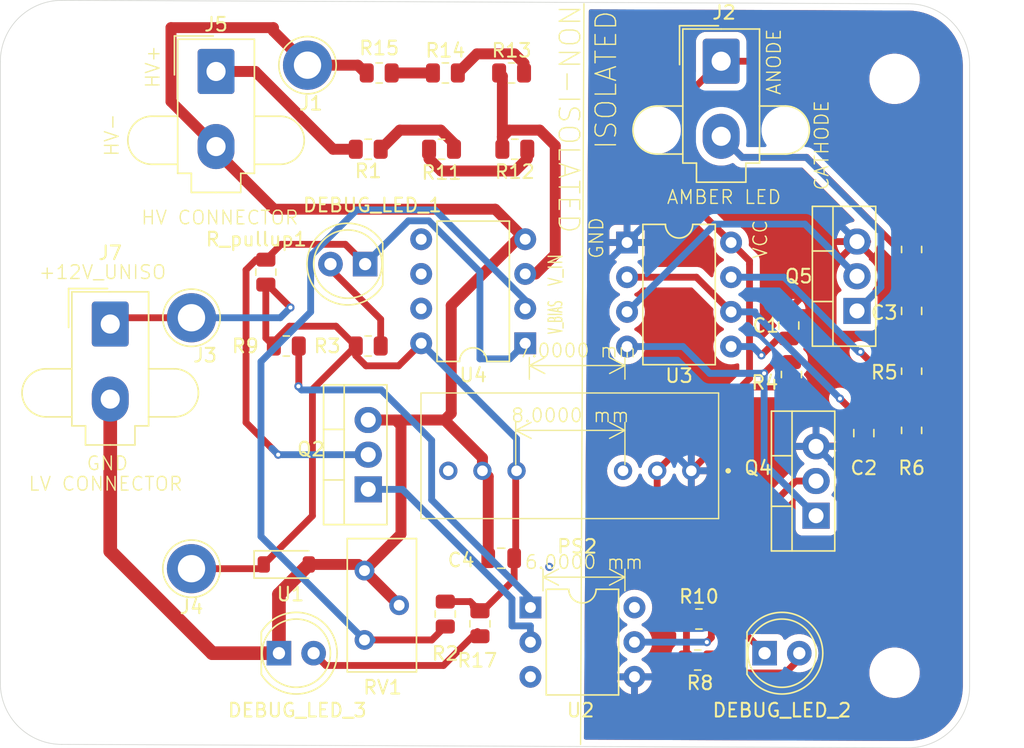
<source format=kicad_pcb>
(kicad_pcb (version 20241229) (generator "pcbnew") (generator_version "9.0")
  (layers (0 "F.Cu" signal) (2 "B.Cu" signal) (13 "F.Paste" user) (15 "B.Paste" user) (5 "F.SilkS" user "F.Silkscreen") (7 "B.SilkS" user "B.Silkscreen") (1 "F.Mask" user) (3 "B.Mask" user) (25 "Edge.Cuts" user))
  (net 0 "")
  (net 1 "12V_UNISO")
  (net 2 "HighVoltage-")
  (net 3 "Net-(DEBUG_1-K)")
  (net 4 "Net-(DEBUG_1-A)")
  (net 5 "Net-(DEBUG_2-K)")
  (net 6 "Net-(DEBUG_2-A)")
  (net 7 "Net-(DEBUG_3-A)")
  (net 8 "GND_ISO")
  (net 9 "12V_ISO")
  (net 12 "Net-(Q2-D)")
  (net 13 "V_BIAS")
  (net 14 "Net-(U3-THR)")
  (net 15 "Net-(U3-DIS)")
  (net 16 "Net-(Q5-G)")
  (net 17 "Net-(Q4-D)")
  (net 18 "Net-(U3-CV)")
  (net 19 "V_IN")
  (net 20 "Net-(J2-Pin_2)")
  (net 21 "Net-(R1-Pad2)")
  (net 22 "HighVoltage+")
  (net 23 "Net-(R9-Pad2)")
  (net 24 "Net-(R11-Pad1)")
  (net 25 "Net-(R13-Pad2)")
  (net 26 "Net-(R14-Pad1)")
  (footprint "TestPoint:TestPoint_Loop_D3.80mm_Drill2.0mm" (layer "F.Cu") (at 34.75 45.25)
    (property "Reference" "J3" (at 1 2.75 0) (layer "F.SilkS"))
    (property "Value" "12V TEST")
    (pad "1" thru_hole circle (at 0 0) (size 3.6 3.6) (drill 2) (layers "*.Cu" "*.Mask") (net 1 "12V_UNISO"))
  )
  (footprint "Resistor_SMD:R_0805_2012Metric" (layer "F.Cu") (at 87.5 40.25 -90)
    (property "Reference" "R7" (hide yes))
    (property "Value" "10k")
    (pad "1" smd roundrect (at -0.9125 0 270) (size 1.025 1.4) (layers "F.Cu" "F.Mask" "F.Paste") (roundrect_rratio 0.243902) (net 9 "12V_ISO"))
    (pad "2" smd roundrect (at 0.9125 0 270) (size 1.025 1.4) (layers "F.Cu" "F.Mask" "F.Paste") (roundrect_rratio 0.243902) (net 20 "Net-(J2-Pin_2)"))
  )
  (footprint "LED_THT:LED_D5.0mm" (layer "F.Cu") (at 47.471847 41.32 180)
    (property "Reference" "DEBUG_LED_1" (at -0.528153 4.32 180) (layer "F.SilkS"))
    (property "Value" "LED")
    (pad "1" thru_hole rect (at 0 0 180) (size 1.8 1.8) (drill 0.9) (layers "*.Cu" "*.Mask") (net 3 "Net-(DEBUG_1-K)"))
    (pad "2" thru_hole circle (at 2.54 0 180) (size 1.8 1.8) (drill 0.9) (layers "*.Cu" "*.Mask") (net 4 "Net-(DEBUG_1-A)"))
  )
  (footprint "Package_TO_SOT_THT:TO-220-3_Vertical" (layer "F.Cu") (at 47.696847 57.82 90)
    (property "Reference" "Q2" (at 2.939152 -4.196847 180) (layer "F.SilkS"))
    (property "Value" "NMOS")
    (pad "1" thru_hole rect (at 0 0 90) (size 1.905 2) (drill 1.1) (layers "*.Cu" "*.Mask") (net 12 "Net-(Q2-D)"))
    (pad "2" thru_hole oval (at 2.54 0 90) (size 1.905 2) (drill 1.1) (layers "*.Cu" "*.Mask") (net 3 "Net-(DEBUG_1-K)"))
    (pad "3" thru_hole oval (at 5.08 0 90) (size 1.905 2) (drill 1.1) (layers "*.Cu" "*.Mask") (net 2 "HighVoltage-"))
  )
  (footprint "MountingHole:MountingHole_3.2mm_M3" (layer "F.Cu") (at 86.25 27.75)
    (property "Reference" "H2" (hide yes))
    (property "Value" "MountingHole" (hide yes))
    (pad "" np_thru_hole circle (at 0 0) (size 3.2 3.2) (drill 3.2) (layers "*.Cu" "*.Mask"))
  )
  (footprint "Resistor_SMD:R_0805_2012Metric" (layer "F.Cu") (at 53.34 66.9525 -90)
    (property "Reference" "R2" (at 2.8975 0 180) (layer "F.SilkS"))
    (property "Value" "11k")
    (pad "1" smd roundrect (at -0.9125 0 270) (size 1.025 1.4) (layers "F.Cu" "F.Mask" "F.Paste") (roundrect_rratio 0.243902) (net 1 "12V_UNISO"))
    (pad "2" smd roundrect (at 0.9125 0 270) (size 1.025 1.4) (layers "F.Cu" "F.Mask" "F.Paste") (roundrect_rratio 0.243902) (net 13 "V_BIAS"))
  )
  (footprint "Resistor_SMD:R_0805_2012Metric" (layer "F.Cu") (at 58.434347 32.9075 180)
    (property "Reference" "R12" (at 0 -1.65 0) (layer "F.SilkS"))
    (property "Value" "540k")
    (pad "1" smd roundrect (at -0.9125 0 180) (size 1.025 1.4) (layers "F.Cu" "F.Mask" "F.Paste") (roundrect_rratio 0.243902) (net 24 "Net-(R11-Pad1)"))
    (pad "2" smd roundrect (at 0.9125 0 180) (size 1.025 1.4) (layers "F.Cu" "F.Mask" "F.Paste") (roundrect_rratio 0.243902) (net 19 "V_IN"))
  )
  (footprint "Resistor_SMD:R_0805_2012Metric" (layer "F.Cu") (at 71.831847 70.32)
    (property "Reference" "R8" (at 0.168153 1.68 0) (layer "F.SilkS"))
    (property "Value" "20k")
    (pad "1" smd roundrect (at -0.9125 0) (size 1.025 1.4) (layers "F.Cu" "F.Mask" "F.Paste") (roundrect_rratio 0.243902) (net 9 "12V_ISO"))
    (pad "2" smd roundrect (at 0.9125 0) (size 1.025 1.4) (layers "F.Cu" "F.Mask" "F.Paste") (roundrect_rratio 0.243902) (net 6 "Net-(DEBUG_2-A)"))
  )
  (footprint "Resistor_SMD:R_0805_2012Metric" (layer "F.Cu") (at 58.196847 27.32)
    (property "Reference" "R13" (at 0 -1.65 0) (layer "F.SilkS"))
    (property "Value" "20k")
    (pad "1" smd roundrect (at -0.9125 0) (size 1.025 1.4) (layers "F.Cu" "F.Mask" "F.Paste") (roundrect_rratio 0.243902) (net 19 "V_IN"))
    (pad "2" smd roundrect (at 0.9125 0) (size 1.025 1.4) (layers "F.Cu" "F.Mask" "F.Paste") (roundrect_rratio 0.243902) (net 25 "Net-(R13-Pad2)"))
  )
  (footprint "Package_DIP:DIP-8_W7.62mm" (layer "F.Cu") (at 59.196847 47.12 180)
    (property "Reference" "U4" (at 3.81 -2.33 180) (layer "F.SilkS"))
    (property "Value" "LM393N/NOPB")
    (pad "1" thru_hole rect (at 0 0 180) (size 1.6 1.6) (drill 0.8) (layers "*.Cu" "*.Mask") (net 3 "Net-(DEBUG_1-K)"))
    (pad "2" thru_hole oval (at 0 2.54 180) (size 1.6 1.6) (drill 0.8) (layers "*.Cu" "*.Mask") (net 13 "V_BIAS"))
    (pad "3" thru_hole oval (at 0 5.08 180) (size 1.6 1.6) (drill 0.8) (layers "*.Cu" "*.Mask") (net 19 "V_IN"))
    (pad "4" thru_hole oval (at 0 7.62 180) (size 1.6 1.6) (drill 0.8) (layers "*.Cu" "*.Mask") (net 2 "HighVoltage-"))
    (pad "5" thru_hole oval (at 7.62 7.62 180) (size 1.6 1.6) (drill 0.8) (layers "*.Cu" "*.Mask"))
    (pad "6" thru_hole oval (at 7.62 5.08 180) (size 1.6 1.6) (drill 0.8) (layers "*.Cu" "*.Mask"))
    (pad "7" thru_hole oval (at 7.62 2.54 180) (size 1.6 1.6) (drill 0.8) (layers "*.Cu" "*.Mask"))
    (pad "8" thru_hole oval (at 7.62 0 180) (size 1.6 1.6) (drill 0.8) (layers "*.Cu" "*.Mask") (net 1 "12V_UNISO"))
  )
  (footprint "LED_THT:LED_D5.0mm" (layer "F.Cu") (at 41.156847 69.82)
    (property "Reference" "DEBUG_LED_3" (at 1.343153 4.18 0) (layer "F.SilkS"))
    (property "Value" "LED")
    (pad "1" thru_hole rect (at 0 0) (size 1.8 1.8) (drill 0.9) (layers "*.Cu" "*.Mask") (net 2 "HighVoltage-"))
    (pad "2" thru_hole circle (at 2.54 0) (size 1.8 1.8) (drill 0.9) (layers "*.Cu" "*.Mask") (net 7 "Net-(DEBUG_3-A)"))
  )
  (footprint "Resistor_SMD:R_0805_2012Metric" (layer "F.Cu") (at 47.696847 32.9075)
    (property "Reference" "R1" (at 0 1.5925 0) (layer "F.SilkS"))
    (property "Value" "540k")
    (pad "1" smd roundrect (at -0.9125 0) (size 1.025 1.4) (layers "F.Cu" "F.Mask" "F.Paste") (roundrect_rratio 0.243902) (net 22 "HighVoltage+"))
    (pad "2" smd roundrect (at 0.9125 0) (size 1.025 1.4) (layers "F.Cu" "F.Mask" "F.Paste") (roundrect_rratio 0.243902) (net 21 "Net-(R1-Pad2)"))
  )
  (footprint "Package_DIP:DIP-6_W7.62mm" (layer "F.Cu") (at 59.576847 66.47)
    (property "Reference" "U2" (at 3.673153 7.53 0) (layer "F.SilkS"))
    (property "Value" "4N35" (hide yes))
    (pad "1" thru_hole rect (at 0 0) (size 1.6 1.6) (drill 0.8) (layers "*.Cu" "*.Mask") (net 23 "Net-(R9-Pad2)"))
    (pad "2" thru_hole oval (at 0 2.54) (size 1.6 1.6) (drill 0.8) (layers "*.Cu" "*.Mask") (net 12 "Net-(Q2-D)"))
    (pad "3" thru_hole oval (at 0 5.08) (size 1.6 1.6) (drill 0.8) (layers "*.Cu" "*.Mask"))
    (pad "4" thru_hole oval (at 7.62 5.08) (size 1.6 1.6) (drill 0.8) (layers "*.Cu" "*.Mask") (net 8 "GND_ISO"))
    (pad "5" thru_hole oval (at 7.62 2.54) (size 1.6 1.6) (drill 0.8) (layers "*.Cu" "*.Mask") (net 5 "Net-(DEBUG_2-K)"))
    (pad "6" thru_hole oval (at 7.62 0) (size 1.6 1.6) (drill 0.8) (layers "*.Cu" "*.Mask"))
  )
  (footprint "LED_THT:LED_D5.0mm" (layer "F.Cu") (at 76.731847 69.82)
    (property "Reference" "DEBUG_LED_2" (at 1.268153 4.18 0) (layer "F.SilkS"))
    (property "Value" "LED")
    (pad "1" thru_hole rect (at 0 0) (size 1.8 1.8) (drill 0.9) (layers "*.Cu" "*.Mask") (net 5 "Net-(DEBUG_2-K)"))
    (pad "2" thru_hole circle (at 2.54 0) (size 1.8 1.8) (drill 0.9) (layers "*.Cu" "*.Mask") (net 6 "Net-(DEBUG_2-A)"))
  )
  (footprint "Capacitor_SMD:C_0805_2012Metric" (layer "F.Cu") (at 84 53.7 -90)
    (property "Reference" "C2" (at 2.55 0 180) (layer "F.SilkS"))
    (property "Value" "1uF")
    (pad "1" smd roundrect (at -0.95 0 270) (size 1 1.45) (layers "F.Cu" "F.Mask" "F.Paste") (net 14 "Net-(U3-THR)"))
    (pad "2" smd roundrect (at 0.95 0 270) (size 1 1.45) (layers "F.Cu" "F.Mask" "F.Paste") (net 8 "GND_ISO"))
  )
  (footprint "Resistor_SMD:R_0805_2012Metric" (layer "F.Cu") (at 87.5 49.1625 -90)
    (property "Reference" "R5" (at 0.0875 2 0) (layer "F.SilkS"))
    (property "Value" "22k")
    (pad "1" smd roundrect (at -0.9125 0 270) (size 1.025 1.4) (layers "F.Cu" "F.Mask" "F.Paste") (roundrect_rratio 0.243902) (net 9 "12V_ISO"))
    (pad "2" smd roundrect (at 0.9125 0 270) (size 1.025 1.4) (layers "F.Cu" "F.Mask" "F.Paste") (roundrect_rratio 0.243902) (net 15 "Net-(U3-DIS)"))
  )
  (footprint "TestPoint:TestPoint_Loop_D3.80mm_Drill2.0mm" (layer "F.Cu") (at 43.25 26.75)
    (property "Reference" "J1" (at 0.25 2.8 0) (layer "F.SilkS"))
    (property "Value" "V_BIAS TEST")
    (pad "1" thru_hole circle (at 0 0) (size 3.6 3.6) (drill 2) (layers "*.Cu" "*.Mask") (net 2 "HighVoltage-"))
  )
  (footprint "MountingHole:MountingHole_3.2mm_M3" (layer "F.Cu") (at 26.25 71)
    (property "Reference" "H4" (hide yes))
    (property "Value" "MountingHole" (hide yes))
    (pad "" np_thru_hole circle (at 0 0) (size 3.2 3.2) (drill 3.2) (layers "*.Cu" "*.Mask"))
  )
  (footprint "Connector_Molex:Molex_Mini-Fit_Jr_5566-02A2_2x01_P4.20mm_Vertical" (layer "F.Cu") (at 28.8 45.71)
    (property "Reference" "J7" (at 0 -5.21 0) (layer "F.SilkS"))
    (property "Value" "Conn_01x02")
    (pad "" np_thru_hole circle (at -4.7 5.04) (size 3 3) (drill 3) (layers "*.Cu" "*.Mask"))
    (pad "" np_thru_hole circle (at 4.7 5.04) (size 3 3) (drill 3) (layers "*.Cu" "*.Mask"))
    (pad "1" thru_hole roundrect (at 0 0) (size 2.7 3.3) (drill 1.4) (layers "*.Cu" "*.Mask") (roundrect_rratio 0.092593) (net 1 "12V_UNISO"))
    (pad "2" thru_hole oval (at 0 5.5) (size 2.7 3.3) (drill 1.4) (layers "*.Cu" "*.Mask") (net 2 "HighVoltage-"))
  )
  (footprint "MountingHole:MountingHole_3.2mm_M3" (layer "F.Cu") (at 26.25 27.5)
    (property "Reference" "H1" (hide yes))
    (property "Value" "MountingHole" (hide yes))
    (pad "" np_thru_hole circle (at 0 0) (size 3.2 3.2) (drill 3.2) (layers "*.Cu" "*.Mask"))
  )
  (footprint "Resistor_SMD:R_0805_2012Metric" (layer "F.Cu") (at 78.696847 49.4075 90)
    (property "Reference" "R4" (at -0.5925 -1.946847 180) (layer "F.SilkS"))
    (property "Value" "22k")
    (pad "1" smd roundrect (at -0.9125 0 90) (size 1.025 1.4) (layers "F.Cu" "F.Mask" "F.Paste") (roundrect_rratio 0.243902) (net 9 "12V_ISO"))
    (pad "2" smd roundrect (at 0.9125 0 90) (size 1.025 1.4) (layers "F.Cu" "F.Mask" "F.Paste") (roundrect_rratio 0.243902) (net 17 "Net-(Q4-D)"))
  )
  (footprint "Resistor_SMD:R_0805_2012Metric" (layer "F.Cu") (at 48.5 27.32 180)
    (property "Reference" "R15" (at 0 1.82 0) (layer "F.SilkS"))
    (property "Value" "20k")
    (pad "1" smd roundrect (at -0.9125 0 180) (size 1.025 1.4) (layers "F.Cu" "F.Mask" "F.Paste") (roundrect_rratio 0.243902) (net 26 "Net-(R14-Pad1)"))
    (pad "2" smd roundrect (at 0.9125 0 180) (size 1.025 1.4) (layers "F.Cu" "F.Mask" "F.Paste") (roundrect_rratio 0.243902) (net 2 "HighVoltage-"))
  )
  (footprint "Capacitor_SMD:C_0805_2012Metric" (layer "F.Cu") (at 78.5 45.82 90)
    (property "Reference" "C1" (at 0 -1.68 180) (layer "F.SilkS"))
    (property "Value" "100nF" (hide yes))
    (pad "1" smd roundrect (at -0.95 0 90) (size 1 1.45) (layers "F.Cu" "F.Mask" "F.Paste") (net 18 "Net-(U3-CV)"))
    (pad "2" smd roundrect (at 0.95 0 90) (size 1 1.45) (layers "F.Cu" "F.Mask" "F.Paste") (net 8 "GND_ISO"))
  )
  (footprint "Resistor_SMD:R_0805_2012Metric" (layer "F.Cu") (at 40.196847 41.9075 90)
    (property "Reference" "R_pullup1" (at 2.4075 -0.696847 180) (layer "F.SilkS"))
    (property "Value" "15k")
    (pad "1" smd roundrect (at -0.9125 0 90) (size 1.025 1.4) (layers "F.Cu" "F.Mask" "F.Paste") (roundrect_rratio 0.243902) (net 1 "12V_UNISO"))
    (pad "2" smd roundrect (at 0.9125 0 90) (size 1.025 1.4) (layers "F.Cu" "F.Mask" "F.Paste") (roundrect_rratio 0.243902) (net 3 "Net-(DEBUG_1-K)"))
  )
  (footprint "Potentiometer_THT:Potentiometer_Bourns_3296Y_Vertical" (layer "F.Cu") (at 47.421847 63.77 90)
    (property "Reference" "RV1" (at -8.55 1.328153 180) (layer "F.SilkS"))
    (property "Value" "1k default (1-5k)")
    (pad "1" thru_hole circle (at 0 0 90) (size 1.44 1.44) (drill 0.8) (layers "*.Cu" "*.Mask") (net 2 "HighVoltage-"))
    (pad "2" thru_hole circle (at -2.54 2.54 90) (size 1.44 1.44) (drill 0.8) (layers "*.Cu" "*.Mask") (net 2 "HighVoltage-"))
    (pad "3" thru_hole circle (at -5.08 0 90) (size 1.44 1.44) (drill 0.8) (layers "*.Cu" "*.Mask") (net 13 "V_BIAS"))
  )
  (footprint "Capacitor_SMD:C_0805_2012Metric" (layer "F.Cu") (at 57.436847 62.86)
    (property "Reference" "C4" (at -2.936847 0.14 0) (layer "F.SilkS"))
    (property "Value" "100nF")
    (pad "1" smd roundrect (at -0.95 0) (size 1 1.45) (layers "F.Cu" "F.Mask" "F.Paste") (net 2 "HighVoltage-"))
    (pad "2" smd roundrect (at 0.95 0) (size 1 1.45) (layers "F.Cu" "F.Mask" "F.Paste") (net 1 "12V_UNISO"))
  )
  (footprint "Resistor_SMD:R_0805_2012Metric" (layer "F.Cu") (at 87.5 53.5 90)
    (property "Reference" "R6" (at -2.75 0 180) (layer "F.SilkS"))
    (property "Value" "220k")
    (pad "1" smd roundrect (at -0.9125 0 90) (size 1.025 1.4) (layers "F.Cu" "F.Mask" "F.Paste") (roundrect_rratio 0.243902) (net 15 "Net-(U3-DIS)"))
    (pad "2" smd roundrect (at 0.9125 0 90) (size 1.025 1.4) (layers "F.Cu" "F.Mask" "F.Paste") (roundrect_rratio 0.243902) (net 14 "Net-(U3-THR)"))
  )
  (footprint "Resistor_SMD:R_0805_2012Metric" (layer "F.Cu") (at 53.065597 32.9075)
    (property "Reference" "R11" (at 0 1.7125 0) (layer "F.SilkS"))
    (property "Value" "540k")
    (pad "1" smd roundrect (at -0.9125 0) (size 1.025 1.4) (layers "F.Cu" "F.Mask" "F.Paste") (roundrect_rratio 0.243902) (net 24 "Net-(R11-Pad1)"))
    (pad "2" smd roundrect (at 0.9125 0) (size 1.025 1.4) (layers "F.Cu" "F.Mask" "F.Paste") (roundrect_rratio 0.243902) (net 21 "Net-(R1-Pad2)"))
  )
  (footprint "Connector_Molex:Molex_Mini-Fit_Jr_5566-02A2_2x01_P4.20mm_Vertical" (layer "F.Cu") (at 73.55 26.46)
    (property "Reference" "J2" (at 0.213153 -3.57 0) (layer "F.SilkS"))
    (property "Value" "Conn_01x02")
    (pad "" np_thru_hole circle (at -4.7 5.04) (size 3 3) (drill 3) (layers "*.Cu" "*.Mask"))
    (pad "" np_thru_hole circle (at 4.7 5.04) (size 3 3) (drill 3) (layers "*.Cu" "*.Mask"))
    (pad "1" thru_hole roundrect (at 0 0) (size 2.7 3.3) (drill 1.4) (layers "*.Cu" "*.Mask") (roundrect_rratio 0.092593) (net 9 "12V_ISO"))
    (pad "2" thru_hole oval (at 0 5.5) (size 2.7 3.3) (drill 1.4) (layers "*.Cu" "*.Mask") (net 20 "Net-(J2-Pin_2)"))
  )
  (footprint "Package_TO_SOT_THT:TO-220-3_Vertical" (layer "F.Cu") (at 80.5 59.75 90)
    (property "Reference" "Q4" (at 3.5 -4.25 180) (layer "F.SilkS"))
    (property "Value" "NMOS")
    (pad "1" thru_hole rect (at 0 0 90) (size 1.905 2) (drill 1.1) (layers "*.Cu" "*.Mask") (net 17 "Net-(Q4-D)"))
    (pad "2" thru_hole oval (at 2.54 0 90) (size 1.905 2) (drill 1.1) (layers "*.Cu" "*.Mask") (net 5 "Net-(DEBUG_2-K)"))
    (pad "3" thru_hole oval (at 5.08 0 90) (size 1.905 2) (drill 1.1) (layers "*.Cu" "*.Mask") (net 8 "GND_ISO"))
  )
  (footprint "Diode_SMD:D_SOD-123" (layer "F.Cu") (at 41.696847 63.32)
    (property "Reference" "U1" (at 0.303153 2.18 0) (layer "F.SilkS"))
    (property "Value" "MMSZ5245BT1G" (hide yes))
    (pad "1" smd roundrect (at -1.65 0) (size 0.9 1.2) (layers "F.Cu" "F.Mask" "F.Paste") (net 1 "12V_UNISO"))
    (pad "2" smd roundrect (at 1.65 0) (size 0.9 1.2) (layers "F.Cu" "F.Mask" "F.Paste") (net 2 "HighVoltage-"))
  )
  (footprint "Package_DIP:DIP-8_W7.62mm" (layer "F.Cu") (at 66.656847 39.74)
    (property "Reference" "U3" (at 3.81 9.76 0) (layer "F.SilkS"))
    (property "Value" "LM555xN")
    (pad "1" thru_hole rect (at 0 0) (size 1.6 1.6) (drill 0.8) (layers "*.Cu" "*.Mask") (net 8 "GND_ISO"))
    (pad "2" thru_hole oval (at 0 2.54) (size 1.6 1.6) (drill 0.8) (layers "*.Cu" "*.Mask") (net 14 "Net-(U3-THR)"))
    (pad "3" thru_hole oval (at 0 5.08) (size 1.6 1.6) (drill 0.8) (layers "*.Cu" "*.Mask") (net 16 "Net-(Q5-G)"))
    (pad "4" thru_hole oval (at 0 7.62) (size 1.6 1.6) (drill 0.8) (layers "*.Cu" "*.Mask") (net 17 "Net-(Q4-D)"))
    (pad "5" thru_hole oval (at 7.62 7.62) (size 1.6 1.6) (drill 0.8) (layers "*.Cu" "*.Mask") (net 18 "Net-(U3-CV)"))
    (pad "6" thru_hole oval (at 7.62 5.08) (size 1.6 1.6) (drill 0.8) (layers "*.Cu" "*.Mask") (net 14 "Net-(U3-THR)"))
    (pad "7" thru_hole oval (at 7.62 2.54) (size 1.6 1.6) (drill 0.8) (layers "*.Cu" "*.Mask") (net 15 "Net-(U3-DIS)"))
    (pad "8" thru_hole oval (at 7.62 0) (size 1.6 1.6) (drill 0.8) (layers "*.Cu" "*.Mask") (net 9 "12V_ISO"))
  )
  (footprint "TestPoint:TestPoint_Loop_D3.80mm_Drill2.0mm" (layer "F.Cu") (at 34.75 63.63)
    (property "Reference" "J4" (at 0 2.8 0) (layer "F.SilkS"))
    (property "Value" "V_IN TEST")
    (pad "1" thru_hole circle (at 0 0) (size 3.6 3.6) (drill 2) (layers "*.Cu" "*.Mask"))
  )
  (footprint "Resistor_SMD:R_0805_2012Metric" (layer "F.Cu") (at 53.348423 27.32)
    (property "Reference" "R14" (at 0 -1.65 0) (layer "F.SilkS"))
    (property "Value" "20k")
    (pad "1" smd roundrect (at -0.9125 0) (size 1.025 1.4) (layers "F.Cu" "F.Mask" "F.Paste") (roundrect_rratio 0.243902) (net 26 "Net-(R14-Pad1)"))
    (pad "2" smd roundrect (at 0.9125 0) (size 1.025 1.4) (layers "F.Cu" "F.Mask" "F.Paste") (roundrect_rratio 0.243902) (net 25 "Net-(R13-Pad2)"))
  )
  (footprint "Resistor_SMD:R_0805_2012Metric" (layer "F.Cu") (at 71.919347 67.32)
    (property "Reference" "R10" (at 0 -1.65 0) (layer "F.SilkS"))
    (property "Value" "20k" (hide yes))
    (pad "1" smd roundrect (at -0.9125 0) (size 1.025 1.4) (layers "F.Cu" "F.Mask" "F.Paste") (roundrect_rratio 0.243902) (net 9 "12V_ISO"))
    (pad "2" smd roundrect (at 0.9125 0) (size 1.025 1.4) (layers "F.Cu" "F.Mask" "F.Paste") (roundrect_rratio 0.243902) (net 5 "Net-(DEBUG_2-K)"))
  )
  (footprint "MountingHole:MountingHole_3.2mm_M3" (layer "F.Cu") (at 86.25 71.25)
    (property "Reference" "H3" (hide yes))
    (property "Value" "MountingHole" (hide yes))
    (pad "" np_thru_hole circle (at 0 0) (size 3.2 3.2) (drill 3.2) (layers "*.Cu" "*.Mask"))
  )
  (footprint "Package_TO_SOT_THT:TO-220-3_Vertical" (layer "F.Cu") (at 83.5 44.75 90)
    (property "Reference" "Q5" (at 2.54 -4.27 180) (layer "F.SilkS"))
    (property "Value" "NMOS")
    (pad "1" thru_hole rect (at 0 0 90) (size 1.905 2) (drill 1.1) (layers "*.Cu" "*.Mask") (net 20 "Net-(J2-Pin_2)"))
    (pad "2" thru_hole oval (at 2.54 0 90) (size 1.905 2) (drill 1.1) (layers "*.Cu" "*.Mask") (net 16 "Net-(Q5-G)"))
    (pad "3" thru_hole oval (at 5.08 0 90) (size 1.905 2) (drill 1.1) (layers "*.Cu" "*.Mask") (net 8 "GND_ISO"))
  )
  (footprint "Resistor_SMD:R_0805_2012Metric" (layer "F.Cu") (at 47.696847 47.32)
    (property "Reference" "R3" (at -3 0 0) (layer "F.SilkS"))
    (property "Value" "20k")
    (pad "1" smd roundrect (at -0.9125 0) (size 1.025 1.4) (layers "F.Cu" "F.Mask" "F.Paste") (roundrect_rratio 0.243902) (net 1 "12V_UNISO"))
    (pad "2" smd roundrect (at 0.9125 0) (size 1.025 1.4) (layers "F.Cu" "F.Mask" "F.Paste") (roundrect_rratio 0.243902) (net 4 "Net-(DEBUG_1-A)"))
  )
  (footprint "Resistor_SMD:R_0805_2012Metric" (layer "F.Cu") (at 41.696847 47.32)
    (property "Reference" "R9" (at -3 0 0) (layer "F.SilkS"))
    (property "Value" "10k")
    (pad "1" smd roundrect (at -0.9125 0) (size 1.025 1.4) (layers "F.Cu" "F.Mask" "F.Paste") (roundrect_rratio 0.243902) (net 1 "12V_UNISO"))
    (pad "2" smd roundrect (at 0.9125 0) (size 1.025 1.4) (layers "F.Cu" "F.Mask" "F.Paste") (roundrect_rratio 0.243902))
  )
  (footprint "SPAN02A12:SPAN02A12" (layer "F.Cu") (at 71.361847 56.46 180)
    (property "Reference" "PS2" (at 8.361847 -5.54 0) (layer "F.SilkS"))
    (property "Value" "SPAN02A-12")
    (pad "1" thru_hole circle (at 0 0 180) (size 1.337 1.337) (drill 0.78) (layers "*.Cu" "*.Mask") (net 8 "GND_ISO"))
    (pad "2" thru_hole circle (at 2.5 0 180) (size 1.337 1.337) (drill 0.78) (layers "*.Cu" "*.Mask") (net 9 "12V_ISO"))
    (pad "3" thru_hole circle (at 5 0 180) (size 1.337 1.337) (drill 0.78) (layers "*.Cu" "*.Mask"))
    (pad "6" thru_hole circle (at 12.8 0 180) (size 1.337 1.337) (drill 0.78) (layers "*.Cu" "*.Mask") (net 1 "12V_UNISO"))
    (pad "7" thru_hole circle (at 15.3 0 180) (size 1.337 1.337) (drill 0.78) (layers "*.Cu" "*.Mask") (net 2 "HighVoltage-"))
    (pad "8" thru_hole circle (at 17.8 0 180) (size 1.337 1.337) (drill 0.78) (layers "*.Cu" "*.Mask"))
  )
  (footprint "Connector_Molex:Molex_Mini-Fit_Jr_5566-02A2_2x01_P4.20mm_Vertical" (layer "F.Cu") (at 36.55 27.21)
    (property "Reference" "J5" (at 0 -3.45 0) (layer "F.SilkS"))
    (property "Value" "Conn_01x02")
    (pad "" np_thru_hole circle (at -4.7 5.04) (size 3 3) (drill 3) (layers "*.Cu" "*.Mask"))
    (pad "" np_thru_hole circle (at 4.7 5.04) (size 3 3) (drill 3) (layers "*.Cu" "*.Mask"))
    (pad "1" thru_hole roundrect (at 0 0) (size 2.7 3.3) (drill 1.4) (layers "*.Cu" "*.Mask") (roundrect_rratio 0.092593) (net 22 "HighVoltage+"))
    (pad "2" thru_hole oval (at 0 5.5) (size 2.7 3.3) (drill 1.4) (layers "*.Cu" "*.Mask") (net 2 "HighVoltage-"))
  )
  (footprint "Capacitor_SMD:C_0805_2012Metric" (layer "F.Cu") (at 87.5 44.75 90)
    (property "Reference" "C3" (at -0.13 -2.006847 180) (layer "F.SilkS"))
    (property "Value" "100nF")
    (pad "1" smd roundrect (at -0.95 0 90) (size 1 1.45) (layers "F.Cu" "F.Mask" "F.Paste") (net 9 "12V_ISO"))
    (pad "2" smd roundrect (at 0.95 0 90) (size 1 1.45) (layers "F.Cu" "F.Mask" "F.Paste") (net 8 "GND_ISO"))
  )
  (footprint "Resistor_SMD:R_0805_2012Metric" (layer "F.Cu") (at 55.88 67.6675 -90)
    (property "Reference" "R17" (at 2.68 0.196847 180) (layer "F.SilkS"))
    (property "Value" "20k")
    (pad "1" smd roundrect (at -0.9125 0 270) (size 1.025 1.4) (layers "F.Cu" "F.Mask" "F.Paste") (roundrect_rratio 0.243902) (net 1 "12V_UNISO"))
    (pad "2" smd roundrect (at 0.9125 0 270) (size 1.025 1.4) (layers "F.Cu" "F.Mask" "F.Paste") (roundrect_rratio 0.243902) (net 7 "Net-(DEBUG_3-A)"))
  )
  (gr_line (start 63.25 76.5) (end 63.5 22.25) (stroke (width 0.1)) (layer "F.SilkS"))
  (gr_arc (start 20.75 26.5) (mid 22.068019 23.318019) (end 25.25 22) (stroke (width 0.05)) (layer "Edge.Cuts"))
  (gr_arc (start 25.25 76.5) (mid 22.068019 75.181981) (end 20.75 72) (stroke (width 0.05)) (layer "Edge.Cuts"))
  (gr_line (start 25.25 22) (end 87.25 22.25) (stroke (width 0.05)) (layer "Edge.Cuts"))
  (gr_line (start 91.75 72.25) (end 91.75 26.75) (stroke (width 0.05)) (layer "Edge.Cuts"))
  (gr_line (start 25.25 76.5) (end 87.25 76.75) (stroke (width 0.05)) (layer "Edge.Cuts"))
  (gr_arc (start 91.75 72.25) (mid 90.431981 75.431981) (end 87.25 76.75) (stroke (width 0.05)) (layer "Edge.Cuts"))
  (gr_line (start 20.75 72) (end 20.75 26.5) (stroke (width 0.05)) (layer "Edge.Cuts"))
  (gr_arc (start 87.25 22.25) (mid 90.431981 23.568019) (end 91.75 26.75) (stroke (width 0.05)) (layer "Edge.Cuts"))
  (gr_text "ANODE" (at 78 29 90) (layer "F.SilkS") (effects (font (size 1 1) (thickness 0.1)) (justify left bottom)))
  (gr_text "V_IN" (at 62 43 90) (layer "F.SilkS") (effects (font (size 1 0.75) (thickness 0.1)) (justify left bottom)))
  (gr_text "HV+" (at 32.5 28.5 90) (layer "F.SilkS") (effects (font (size 1 1) (thickness 0.1)) (justify left bottom)))
  (gr_text "NON-ISOLATED" (at 61.5 22.25 270) (layer "F.SilkS") (effects (font (size 1.5 1.5) (thickness 0.1)) (justify left bottom)))
  (gr_text "LV CONNECTOR" (at 22.75 58 0) (layer "F.SilkS") (effects (font (size 1 1) (thickness 0.1)) (justify left bottom)))
  (gr_text "CATHODE" (at 81.5 36 90) (layer "F.SilkS") (effects (font (size 1 1) (thickness 0.1)) (justify left bottom)))
  (gr_text "VCC" (at 77 41 90) (layer "F.SilkS") (effects (font (size 1 1) (thickness 0.1)) (justify left bottom)))
  (gr_text "GND" (at 27 56.5 0) (layer "F.SilkS") (effects (font (size 1 1) (thickness 0.1)) (justify left bottom)))
  (gr_text "+12V_UNISO" (at 23.5 42.5 0) (layer "F.SilkS") (effects (font (size 1 1) (thickness 0.1)) (justify left bottom)))
  (gr_text "HV CONNECTOR" (at 31 38.5 0) (layer "F.SilkS") (effects (font (size 1 1) (thickness 0.1)) (justify left bottom)))
  (gr_text "V_BIAS" (at 62 46.5 90) (layer "F.SilkS") (effects (font (size 1 0.5) (thickness 0.1)) (justify left bottom)))
  (gr_text "ISOLATED" (at 66 33 90) (layer "F.SilkS") (effects (font (size 1.5 1.5) (thickness 0.1)) (justify left bottom)))
  (gr_text "AMBER LED" (at 69.5 37 0) (layer "F.SilkS") (effects (font (size 1 1) (thickness 0.1)) (justify left bottom)))
  (gr_text "HV-" (at 29.5 33.5 90) (layer "F.SilkS") (effects (font (size 1 1) (thickness 0.1)) (justify left bottom)))
  (gr_text "GND" (at 65 41 90) (layer "F.SilkS") (effects (font (size 1 1) (thickness 0.1)) (justify left bottom)))
  (dimension (type aligned) (layer "F.SilkS") (pts (xy 66.5 56.5) (xy 58.5 56.5)) (height 2.999999) (format (prefix "") (suffix "") (units 3) (units_format 1) (precision 4)) (style (thickness 0.1) (arrow_length 1.27) (text_position_mode 0) (arrow_direction outward) (extension_height 0.58642) (extension_offset 0.5) (keep_text_aligned yes)) (gr_text "8.0000 mm" (at 62.5 52.400001 0) (layer "F.SilkS") (effects (font (size 1 1) (thickness 0.1)))))
  (dimension (type aligned) (layer "F.SilkS") (pts (xy 60.5 65.75) (xy 66.5 65.75)) (height -1.5) (format (prefix "") (suffix "") (units 3) (units_format 1) (precision 4)) (style (thickness 0.1) (arrow_length 1.27) (text_position_mode 0) (arrow_direction outward) (extension_height 0.58642) (extension_offset 0.5) (keep_text_aligned yes)) (gr_text "6.0000 mm" (at 63.5 63.15 0) (layer "F.SilkS") (effects (font (size 1 1) (thickness 0.1)))))
  (dimension (type aligned) (layer "F.SilkS") (pts (xy 66.5 50.25) (xy 59.5 50.25)) (height 1.5) (format (prefix "") (suffix "") (units 3) (units_format 1) (precision 4)) (style (thickness 0.1) (arrow_length 1.27) (text_position_mode 0) (arrow_direction outward) (extension_height 0.58642) (extension_offset 0.5) (keep_text_aligned yes)) (gr_text "7.0000 mm" (at 63 47.65 0) (layer "F.SilkS") (effects (font (size 1 1) (thickness 0.1)))))
  (via (at 60.96 63.5) (size 0.6) (drill 0.3) (layers "F.Cu" "B.Cu") (net 0))
  (segment (start 49.926847 48.77) (end 51.576847 47.12) (width 0.5) (layer "F.Cu") (net 1))
  (segment (start 40.196847 46.7325) (end 40.784347 47.32) (width 0.5) (layer "F.Cu") (net 1))
  (segment (start 55.388205 66.4075) (end 55.696847 66.4075) (width 0.5) (layer "F.Cu") (net 1))
  (segment (start 46.784347 48.02) (end 47.534347 48.77) (width 0.5) (layer "F.Cu") (net 1))
  (segment (start 34.75 45.25) (end 29.26 45.25) (width 0.5) (layer "F.Cu") (net 1))
  (segment (start 55.165 66.04) (end 55.88 66.755) (width 0.5) (layer "F.Cu") (net 1))
  (segment (start 29.26 45.25) (end 28.8 45.71) (width 0.5) (layer "F.Cu") (net 1))
  (segment (start 40.32 42.82) (end 42 44.5) (width 0.5) (layer "F.Cu") (net 1))
  (segment (start 58.386847 64.4175) (end 58.386847 62.86) (width 0.5) (layer "F.Cu") (net 1))
  (segment (start 40.046847 63.32) (end 43.609347 59.7575) (width 0.5) (layer "F.Cu") (net 1))
  (segment (start 34.75 63.63) (end 39.736847 63.63) (width 0.5) (layer "F.Cu") (net 1))
  (segment (start 39.736847 63.63) (end 40.046847 63.32) (width 0.5) (layer "F.Cu") (net 1))
  (segment (start 43.609347 59.7575) (end 43.609347 50.495) (width 0.5) (layer "F.Cu") (net 1))
  (segment (start 46.784347 47.32) (end 46.784347 48.02) (width 0.5) (layer "F.Cu") (net 1))
  (segment (start 58.5 56.521847) (end 58.561847 56.46) (width 0.5) (layer "F.Cu") (net 1))
  (segment (start 41.925705 45.87) (end 45.334347 45.87) (width 0.5) (layer "F.Cu") (net 1))
  (segment (start 58.5 62.746847) (end 58.5 56.521847) (width 0.5) (layer "F.Cu") (net 1))
  (segment (start 40.196847 42.82) (end 40.32 42.82) (width 0.5) (layer "F.Cu") (net 1))
  (segment (start 45.334347 45.87) (end 46.784347 47.32) (width 0.5) (layer "F.Cu") (net 1))
  (segment (start 40.196847 42.82) (end 40.196847 46.7325) (width 0.5) (layer "F.Cu") (net 1))
  (segment (start 40.784347 47.011358) (end 41.925705 45.87) (width 0.5) (layer "F.Cu") (net 1))
  (segment (start 47.534347 48.77) (end 49.926847 48.77) (width 0.5) (layer "F.Cu") (net 1))
  (segment (start 56.396847 66.4075) (end 58.386847 64.4175) (width 0.5) (layer "F.Cu") (net 1))
  (segment (start 43.609347 50.495) (end 46.784347 47.32) (width 0.5) (layer "F.Cu") (net 1))
  (segment (start 58.386847 62.86) (end 58.5 62.746847) (width 0.5) (layer "F.Cu") (net 1))
  (segment (start 55.696847 66.4075) (end 56.396847 66.4075) (width 0.5) (layer "F.Cu") (net 1))
  (segment (start 40.784347 47.32) (end 40.784347 47.011358) (width 0.5) (layer "F.Cu") (net 1))
  (segment (start 53.34 66.04) (end 55.165 66.04) (width 0.5) (layer "F.Cu") (net 1))
  (via (at 42 44.5) (size 0.6) (drill 0.3) (layers "F.Cu" "B.Cu") (net 1))
  (segment (start 58.561847 56.46) (end 58.561847 54.105) (width 0.5) (layer "B.Cu") (net 1))
  (segment (start 58.561847 54.105) (end 51.576847 47.12) (width 0.5) (layer "B.Cu") (net 1))
  (segment (start 34.75 45.25) (end 41.25 45.25) (width 0.5) (layer "B.Cu") (net 1))
  (segment (start 41.25 45.25) (end 42 44.5) (width 0.5) (layer "B.Cu") (net 1))
  (segment (start 56.996847 37.3) (end 59.196847 39.5) (width 0.8) (layer "F.Cu") (net 2))
  (segment (start 56.061847 55.514599) (end 56.061847 56.46) (width 0.8) (layer "F.Cu") (net 2))
  (segment (start 28.8 62.346905) (end 36.273095 69.82) (width 1) (layer "F.Cu") (net 2))
  (segment (start 36.55 32.71) (end 33.25 29.41) (width 0.8) (layer "F.Cu") (net 2))
  (segment (start 36.55 33.05) (end 36.55 32.71) (width 0.8) (layer "F.Cu") (net 2))
  (segment (start 50.096847 53.14) (end 50.096847 61.095) (width 0.8) (layer "F.Cu") (net 2))
  (segment (start 59.196847 39.5) (end 58.625577 39.5) (width 0.8) (layer "F.Cu") (net 2))
  (segment (start 43.25 26.75) (end 46.93 26.75) (width 0.8) (layer "F.Cu") (net 2))
  (segment (start 28.8 51.21) (end 28.8 62.346905) (width 1) (layer "F.Cu") (net 2))
  (segment (start 53.776847 52.250401) (end 53.287248 52.74) (width 0.8) (layer "F.Cu") (net 2))
  (segment (start 58.625577 39.5) (end 53.776847 44.34873) (width 0.8) (layer "F.Cu") (net 2))
  (segment (start 53.776847 44.34873) (end 53.776847 52.250401) (width 0.8) (layer "F.Cu") (net 2))
  (segment (start 40.8 37.3) (end 36.55 33.05) (width 0.8) (layer "F.Cu") (net 2))
  (segment (start 56.486847 62.86) (end 56.486847 56.885) (width 0.8) (layer "F.Cu") (net 2))
  (segment (start 46.971847 63.32) (end 47.421847 63.77) (width 0.8) (layer "F.Cu") (net 2))
  (segment (start 50.096847 61.095) (end 47.421847 63.77) (width 0.8) (layer "F.Cu") (net 2))
  (segment (start 47.696847 52.74) (end 49.696847 52.74) (width 0.8) (layer "F.Cu") (net 2))
  (segment (start 49.696847 52.74) (end 53.287248 52.74) (width 0.8) (layer "F.Cu") (net 2))
  (segment (start 40.75 24.25) (end 43.25 26.75) (width 0.8) (layer "F.Cu") (net 2))
  (segment (start 33.25 29.41) (end 33.25 24) (width 0.8) (layer "F.Cu") (net 2))
  (segment (start 53.287248 52.74) (end 56.061847 55.514599) (width 0.8) (layer "F.Cu") (net 2))
  (segment (start 43.346847 63.32) (end 41.156847 65.51) (width 1) (layer "F.Cu") (net 2))
  (segment (start 36.273095 69.82) (end 41.156847 69.82) (width 1) (layer "F.Cu") (net 2))
  (segment (start 40.8 37.3) (end 56.996847 37.3) (width 0.8) (layer "F.Cu") (net 2))
  (segment (start 49.961847 66.31) (end 47.421847 63.77) (width 0.8) (layer "F.Cu") (net 2))
  (segment (start 40.75 24) (end 40.75 24.25) (width 0.8) (layer "F.Cu") (net 2))
  (segment (start 41.156847 65.51) (end 41.156847 69.82) (width 1) (layer "F.Cu") (net 2))
  (segment (start 46.93 26.75) (end 47.5 27.32) (width 0.8) (layer "F.Cu") (net 2))
  (segment (start 33.25 24) (end 40.75 24) (width 0.8) (layer "F.Cu") (net 2))
  (segment (start 56.486847 56.885) (end 56.061847 56.46) (width 0.8) (layer "F.Cu") (net 2))
  (segment (start 49.696847 52.74) (end 50.096847 53.14) (width 0.8) (layer "F.Cu") (net 2))
  (segment (start 43.346847 63.32) (end 46.971847 63.32) (width 0.8) (layer "F.Cu") (net 2))
  (segment (start 40.641847 54.82) (end 38.746847 52.925) (width 0.5) (layer "F.Cu") (net 3))
  (segment (start 38.746847 52.925) (end 38.746847 41.745) (width 0.5) (layer "F.Cu") (net 3))
  (segment (start 39.496847 40.995) (end 40.196847 40.995) (width 0.5) (layer "F.Cu") (net 3))
  (segment (start 46.021847 39.87) (end 47.471847 41.32) (width 0.5) (layer "F.Cu") (net 3))
  (segment (start 41.321847 39.87) (end 46.021847 39.87) (width 0.5) (layer "F.Cu") (net 3))
  (segment (start 41.101847 55.28) (end 40.641847 54.82) (width 0.5) (layer "F.Cu") (net 3))
  (segment (start 38.746847 41.745) (end 39.496847 40.995) (width 0.5) (layer "F.Cu") (net 3))
  (segment (start 40.196847 40.995) (end 41.321847 39.87) (width 0.5) (layer "F.Cu") (net 3))
  (via (at 41.101847 55.28) (size 0.6) (drill 0.3) (layers "F.Cu" "B.Cu") (net 3))
  (segment (start 55.88 41.89255) (end 55.88 48.26) (width 0.5) (layer "B.Cu") (net 3))
  (segment (start 58.056847 48.26) (end 59.196847 47.12) (width 0.5) (layer "B.Cu") (net 3))
  (segment (start 41.101847 55.28) (end 47.696847 55.28) (width 0.5) (layer "B.Cu") (net 3))
  (segment (start 47.471847 41.32) (end 50.642847 38.149) (width 0.5) (layer "B.Cu") (net 3))
  (segment (start 52.13645 38.149) (end 55.88 41.89255) (width 0.5) (layer "B.Cu") (net 3))
  (segment (start 40.641847 54.82) (end 41.101847 55.28) (width 0.5) (layer "B.Cu") (net 3))
  (segment (start 55.88 48.26) (end 58.056847 48.26) (width 0.5) (layer "B.Cu") (net 3))
  (segment (start 50.642847 38.149) (end 52.13645 38.149) (width 0.5) (layer "B.Cu") (net 3))
  (segment (start 48.609347 47.32) (end 48.609347 45.3575) (width 0.5) (layer "F.Cu") (net 4))
  (segment (start 48.609347 45.3575) (end 44.931847 41.68) (width 0.5) (layer "F.Cu") (net 4))
  (segment (start 44.931847 41.68) (end 44.931847 41.32) (width 0.5) (layer "F.Cu") (net 4))
  (segment (start 72.831847 67.145) (end 72.831847 67.32) (width 0.5) (layer "F.Cu") (net 5))
  (segment (start 74.231847 61.978153) (end 79 57.21) (width 0.5) (layer "F.Cu") (net 5))
  (segment (start 74.231847 67.32) (end 74.231847 61.978153) (width 0.5) (layer "F.Cu") (net 5))
  (segment (start 72.831847 67.32) (end 74.231847 67.32) (width 0.5) (layer "F.Cu") (net 5))
  (segment (start 74.231847 67.32) (end 76.731847 69.82) (width 0.5) (layer "F.Cu") (net 5))
  (segment (start 72.831847 67.32) (end 72.831847 68.678153) (width 0.5) (layer "F.Cu") (net 5))
  (segment (start 72.831847 68.678153) (end 72.5 69.01) (width 0.5) (layer "F.Cu") (net 5))
  (segment (start 79 57.21) (end 80.5 57.21) (width 0.5) (layer "F.Cu") (net 5))
  (via (at 72.5 69.01) (size 0.6) (drill 0.3) (layers "F.Cu" "B.Cu") (net 5))
  (segment (start 72.5 69.01) (end 67.196847 69.01) (width 0.5) (layer "B.Cu") (net 5))
  (segment (start 72.506847 69.01) (end 72.5 69.01) (width 0.5) (layer "B.Cu") (net 5))
  (segment (start 72.744347 70.32) (end 73.694347 71.27) (width 0.5) (layer "F.Cu") (net 6))
  (segment (start 79.271847 70.245) (end 79.271847 69.82) (width 0.5) (layer "F.Cu") (net 6))
  (segment (start 73.694347 71.27) (end 78.246847 71.27) (width 0.5) (layer "F.Cu") (net 6))
  (segment (start 78.246847 71.27) (end 79.271847 70.245) (width 0.5) (layer "F.Cu") (net 6))
  (segment (start 55.696847 68.2325) (end 53.209347 70.72) (width 0.5) (layer "F.Cu") (net 7))
  (segment (start 44.596847 70.72) (end 43.696847 69.82) (width 0.5) (layer "F.Cu") (net 7))
  (segment (start 53.209347 70.72) (end 44.596847 70.72) (width 0.5) (layer "F.Cu") (net 7))
  (segment (start 80.5 54.67) (end 73.151847 54.67) (width 0.5) (layer "F.Cu") (net 8))
  (segment (start 73.151847 54.67) (end 71.361847 56.46) (width 0.5) (layer "F.Cu") (net 8))
  (segment (start 80.52 54.65) (end 80.5 54.67) (width 0.5) (layer "F.Cu") (net 8))
  (segment (start 84 54.65) (end 80.52 54.65) (width 0.5) (layer "F.Cu") (net 8))
  (segment (start 78.5 44.67) (end 83.5 39.67) (width 0.5) (layer "F.Cu") (net 8))
  (segment (start 83.5 39.67) (end 84.2825 39.67) (width 0.5) (layer "F.Cu") (net 8))
  (segment (start 78.5 44.87) (end 78.5 44.67) (width 0.5) (layer "F.Cu") (net 8))
  (segment (start 87.5 43.67) (end 87.5 43.8) (width 0.5) (layer "F.Cu") (net 8))
  (segment (start 83.5 39.67) (end 87.5 43.67) (width 0.5) (layer "F.Cu") (net 8))
  (segment (start 69.006848 37.389999) (end 66.656847 39.74) (width 0.5) (layer "B.Cu") (net 8))
  (segment (start 67.196847 71.55) (end 71.95 71.55) (width 0.5) (layer "B.Cu") (net 8))
  (segment (start 65.25 50) (end 65.25 50.348153) (width 0.5) (layer "B.Cu") (net 8))
  (segment (start 82.25 61.25) (end 82.25 56.42) (width 0.5) (layer "B.Cu") (net 8))
  (segment (start 81.219999 37.389999) (end 83.5 39.67) (width 0.5) (layer "B.Cu") (net 8))
  (segment (start 66.656847 39.74) (end 65.106847 41.29) (width 0.5) (layer "B.Cu") (net 8))
  (segment (start 65.106847 41.29) (end 65.106847 49.856847) (width 0.5) (layer "B.Cu") (net 8))
  (segment (start 82.25 56.42) (end 80.5 54.67) (width 0.5) (layer "B.Cu") (net 8))
  (segment (start 69.006848 37.389999) (end 81.219999 37.389999) (width 0.5) (layer "B.Cu") (net 8))
  (segment (start 65.25 50.348153) (end 71.361847 56.46) (width 0.5) (layer "B.Cu") (net 8))
  (segment (start 65.106847 49.856847) (end 65.25 50) (width 0.5) (layer "B.Cu") (net 8))
  (segment (start 71.95 71.55) (end 82.25 61.25) (width 0.5) (layer "B.Cu") (net 8))
  (segment (start 76.038427 26.46) (end 73.55 26.46) (width 0.5) (layer "F.Cu") (net 9))
  (segment (start 68.861847 65.175) (end 68.861847 56.46) (width 0.5) (layer "F.Cu") (net 9))
  (segment (start 75.626847 41.09) (end 75.626847 41.32) (width 0.5) (layer "F.Cu") (net 9))
  (segment (start 75.626847 41.32) (end 75.626847 49.695) (width 0.5) (layer "F.Cu") (net 9))
  (segment (start 74.276847 39.74) (end 75.626847 41.09) (width 0.5) (layer "F.Cu") (net 9))
  (segment (start 88.2 39.3375) (end 88.975 40.1125) (width 0.5) (layer "F.Cu") (net 9))
  (segment (start 71.006847 70.2325) (end 70.919347 70.32) (width 0.5) (layer "F.Cu") (net 9))
  (segment (start 75.001847 50.32) (end 74.349347 50.9725) (width 0.5) (layer "F.Cu") (net 9))
  (segment (start 74.349347 50.9725) (end 68.861847 56.46) (width 0.5) (layer "F.Cu") (net 9))
  (segment (start 73.55 26.46) (end 70.85 29.16) (width 0.5) (layer "F.Cu") (net 9))
  (segment (start 71.006847 67.32) (end 68.861847 65.175) (width 0.5) (layer "F.Cu") (net 9))
  (segment (start 87.5 39.3375) (end 87.5 37.921573) (width 0.5) (layer "F.Cu") (net 9))
  (segment (start 88.975 40.1125) (end 88.975 44.95) (width 0.5) (layer "F.Cu") (net 9))
  (segment (start 70.85 29.16) (end 70.85 36.313153) (width 0.5) (layer "F.Cu") (net 9))
  (segment (start 87.5 48.25) (end 87.5 45.7) (width 0.5) (layer "F.Cu") (net 9))
  (segment (start 88.975 44.95) (end 88.225 45.7) (width 0.5) (layer "F.Cu") (net 9))
  (segment (start 88.225 45.7) (end 87.5 45.7) (width 0.5) (layer "F.Cu") (net 9))
  (segment (start 78.696847 50.32) (end 75.001847 50.32) (width 0.5) (layer "F.Cu") (net 9))
  (segment (start 75.626847 49.695) (end 74.349347 50.9725) (width 0.5) (layer "F.Cu") (net 9))
  (segment (start 70.85 36.313153) (end 74.276847 39.74) (width 0.5) (layer "F.Cu") (net 9))
  (segment (start 87.5 37.921573) (end 76.038427 26.46) (width 0.5) (layer "F.Cu") (net 9))
  (segment (start 70.919347 70.5425) (end 70.919347 70.32) (width 0.5) (layer "F.Cu") (net 9))
  (segment (start 87.5 39.3375) (end 88.2 39.3375) (width 0.5) (layer "F.Cu") (net 9))
  (segment (start 87.936142 45.7) (end 87.69 45.7) (width 0.5) (layer "F.Cu") (net 9))
  (segment (start 71.006847 67.32) (end 71.006847 70.2325) (width 0.5) (layer "F.Cu") (net 9))
  (segment (start 59.576847 67.821) (end 59.576847 68.36) (width 0.5) (layer "B.Cu") (net 12))
  (segment (start 50.2 57.82) (end 58.225847 65.845847) (width 0.5) (layer "B.Cu") (net 12))
  (segment (start 58.225847 65.845847) (end 58.225847 67.821) (width 0.5) (layer "B.Cu") (net 12))
  (segment (start 47.696847 57.82) (end 50.2 57.82) (width 0.5) (layer "B.Cu") (net 12))
  (segment (start 58.225847 67.821) (end 59.576847 67.821) (width 0.5) (layer "B.Cu") (net 12))
  (segment (start 53.34 67.865) (end 52.355 68.85) (width 0.5) (layer "F.Cu") (net 13))
  (segment (start 52.355 68.85) (end 47.421847 68.85) (width 0.5) (layer "F.Cu") (net 13))
  (segment (start 43.480847 44.823024) (end 43.480847 40.718976) (width 0.5) (layer "B.Cu") (net 13))
  (segment (start 59.196847 43.956847) (end 59.196847 44.58) (width 0.5) (layer "B.Cu") (net 13))
  (segment (start 46.851823 37.348) (end 52.588 37.348) (width 0.5) (layer "B.Cu") (net 13))
  (segment (start 39.840847 48.463024) (end 43.480847 44.823024) (width 0.5) (layer "B.Cu") (net 13))
  (segment (start 39.840847 61.269) (end 39.840847 48.463024) (width 0.5) (layer "B.Cu") (net 13))
  (segment (start 47.421847 68.85) (end 39.840847 61.269) (width 0.5) (layer "B.Cu") (net 13))
  (segment (start 47.421847 68.85) (end 47.99 68.85) (width 0.5) (layer "B.Cu") (net 13))
  (segment (start 52.588 37.348) (end 59.196847 43.956847) (width 0.5) (layer "B.Cu") (net 13))
  (segment (start 43.480847 40.718976) (end 46.851823 37.348) (width 0.5) (layer "B.Cu") (net 13))
  (segment (start 87.2875 52.8) (end 87.5 52.5875) (width 0.5) (layer "F.Cu") (net 14))
  (segment (start 71.736847 42.28) (end 74.276847 44.82) (width 0.5) (layer "F.Cu") (net 14))
  (segment (start 84.1625 52.5875) (end 84 52.75) (width 0.5) (layer "F.Cu") (net 14))
  (segment (start 66.656847 42.28) (end 71.736847 42.28) (width 0.5) (layer "F.Cu") (net 14))
  (segment (start 84 52.75) (end 83.83 52.75) (width 0.5) (layer "F.Cu") (net 14))
  (segment (start 83.83 52.75) (end 82.25 51.17) (width 0.5) (layer "F.Cu") (net 14))
  (segment (start 87.5 52.5875) (end 84.1625 52.5875) (width 0.5) (layer "F.Cu") (net 14))
  (via (at 82.25 51.17) (size 0.6) (drill 0.3) (layers "F.Cu" "B.Cu") (net 14))
  (segment (start 76.026036 44.82) (end 74.276847 44.82) (width 0.5) (layer "B.Cu") (net 14))
  (segment (start 76.026036 44.946036) (end 82.25 51.17) (width 0.5) (layer "B.Cu") (net 14))
  (segment (start 76.026036 44.82) (end 76.026036 44.946036) (width 0.5) (layer "B.Cu") (net 14))
  (segment (start 87.5 54.4125) (end 88.2 54.4125) (width 0.5) (layer "F.Cu") (net 15))
  (segment (start 88.75 53.8625) (end 88.75 51.325) (width 0.5) (layer "F.Cu") (net 15))
  (segment (start 88.2 54.4125) (end 88.75 53.8625) (width 0.5) (layer "F.Cu") (net 15))
  (segment (start 86.075 50.075) (end 87.5 50.075) (width 0.5) (layer "F.Cu") (net 15))
  (segment (start 83.75 47.75) (end 86.075 50.075) (width 0.5) (layer "F.Cu") (net 15))
  (segment (start 88.75 51.325) (end 87.5 50.075) (width 0.5) (layer "F.Cu") (net 15))
  (via (at 83.75 47.75) (size 0.6) (drill 0.3) (layers "F.Cu" "B.Cu") (net 15))
  (segment (start 78.156847 42.28) (end 74.276847 42.28) (width 0.5) (layer "B.Cu") (net 15))
  (segment (start 83.626847 47.75) (end 78.156847 42.28) (width 0.5) (layer "B.Cu") (net 15))
  (segment (start 83.75 47.75) (end 83.626847 47.75) (width 0.5) (layer "B.Cu") (net 15))
  (segment (start 66.656847 44.82) (end 73.086847 38.39) (width 0.5) (layer "B.Cu") (net 16))
  (segment (start 73.086847 38.39) (end 79.68 38.39) (width 0.5) (layer "B.Cu") (net 16))
  (segment (start 79.68 38.39) (end 83.5 42.21) (width 0.5) (layer "B.Cu") (net 16))
  (segment (start 77.521847 48.495) (end 76.696847 49.32) (width 0.5) (layer "F.Cu") (net 17))
  (segment (start 78.696847 48.495) (end 77.521847 48.495) (width 0.5) (layer "F.Cu") (net 17))
  (via (at 76.696847 49.32) (size 0.6) (drill 0.3) (layers "F.Cu" "B.Cu") (net 17))
  (segment (start 76.696847 49.32) (end 72.711847 49.32) (width 0.5) (layer "B.Cu") (net 17))
  (segment (start 76.696847 55.946847) (end 80.5 59.75) (width 0.5) (layer "B.Cu") (net 17))
  (segment (start 76.696847 49.32) (end 76.696847 55.946847) (width 0.5) (layer "B.Cu") (net 17))
  (segment (start 66.656847 47.36) (end 70.751847 47.36) (width 0.5) (layer "B.Cu") (net 17))
  (segment (start 72.711847 49.32) (end 76.605199 49.32) (width 0.5) (layer "B.Cu") (net 17))
  (segment (start 71.704347 48.3125) (end 72.711847 49.32) (width 0.5) (layer "B.Cu") (net 17))
  (segment (start 70.751847 47.36) (end 71.704347 48.3125) (width 0.5) (layer "B.Cu") (net 17))
  (segment (start 78.5 46.77) (end 77.73 46.77) (width 0.5) (layer "F.Cu") (net 18))
  (segment (start 77.73 46.77) (end 76.5 48) (width 0.5) (layer "F.Cu") (net 18))
  (via (at 76.5 48) (size 0.6) (drill 0.3) (layers "F.Cu" "B.Cu") (net 18))
  (segment (start 75.86 47.36) (end 76.5 48) (width 0.5) (layer "B.Cu") (net 18))
  (segment (start 74.276847 47.36) (end 75.86 47.36) (width 0.5) (layer "B.Cu") (net 18))
  (segment (start 57.521847 32) (end 57.521847 27.5575) (width 0.8) (layer "F.Cu") (net 19))
  (segment (start 59.555985 42.04) (end 59.196847 42.04) (width 0.5) (layer "F.Cu") (net 19))
  (segment (start 59.96 42.04) (end 59.196847 42.04) (width 0.8) (layer "F.Cu") (net 19))
  (segment (start 57.521847 32) (end 58.014347 31.5075) (width 0.8) (layer "F.Cu") (net 19))
  (segment (start 57.521847 27.5575) (end 57.284347 27.32) (width 0.8) (layer "F.Cu") (net 19))
  (segment (start 61.396847 40.603153) (end 59.96 42.04) (width 0.8) (layer "F.Cu") (net 19))
  (segment (start 57.521847 32.9075) (end 57.521847 32) (width 0.8) (layer "F.Cu") (net 19))
  (segment (start 61.396847 32.646847) (end 61.396847 40.603153) (width 0.8) (layer "F.Cu") (net 19))
  (segment (start 60.2575 31.5075) (end 61.396847 32.646847) (width 0.8) (layer "F.Cu") (net 19))
  (segment (start 58.014347 31.5075) (end 60.2575 31.5075) (width 0.8) (layer "F.Cu") (net 19))
  (segment (start 75.09 33.5) (end 73.55 31.96) (width 0.5) (layer "F.Cu") (net 20))
  (segment (start 87.474202 41.1625) (end 79.811702 33.5) (width 0.5) (layer "F.Cu") (net 20))
  (segment (start 87.5 41.1625) (end 87.474202 41.1625) (width 0.5) (layer "F.Cu") (net 20))
  (segment (start 79.811702 33.5) (end 75.09 33.5) (width 0.5) (layer "F.Cu") (net 20))
  (segment (start 75.09 33.5) (end 79.785199 33.5) (width 0.5) (layer "B.Cu") (net 20))
  (segment (start 73.55 31.96) (end 75.09 33.5) (width 0.5) (layer "B.Cu") (net 20))
  (segment (start 79.785199 33.5) (end 85.25 38.964801) (width 0.5) (layer "B.Cu") (net 20))
  (segment (start 85.25 38.964801) (end 85.25 43) (width 0.5) (layer "B.Cu") (net 20))
  (segment (start 85.25 43) (end 83.5 44.75) (width 0.5) (layer "B.Cu") (net 20))
  (segment (start 48.609347 32.9075) (end 50.009347 31.5075) (width 0.8) (layer "F.Cu") (net 21))
  (segment (start 53.978097 32.478097) (end 53.978097 32.9075) (width 0.8) (layer "F.Cu") (net 21))
  (segment (start 50.009347 31.5075) (end 53.0075 31.5075) (width 0.8) (layer "F.Cu") (net 21))
  (segment (start 53.0075 31.5075) (end 53.978097 32.478097) (width 0.8) (layer "F.Cu") (net 21))
  (segment (start 45.12349 32.9075) (end 39.42599 27.21) (width 0.8) (layer "F.Cu") (net 22))
  (segment (start 36.55 27.21) (end 39.42599 27.21) (width 0.8) (layer "F.Cu") (net 22))
  (segment (start 46.784347 32.9075) (end 45.12349 32.9075) (width 0.8) (layer "F.Cu") (net 22))
  (segment (start 42.609347 50.273548) (end 42.609347 47.32) (width 0.5) (layer "F.Cu") (net 23))
  (via (at 42.584183 50.267975) (size 0.6) (drill 0.3) (layers "F.Cu" "B.Cu") (net 23))
  (segment (start 42.584183 50.267975) (end 42.584183 50.314264) (width 0.5) (layer "B.Cu") (net 23))
  (segment (start 48.656652 50.5375) (end 52.343347 54.224195) (width 0.5) (layer "B.Cu") (net 23))
  (segment (start 52.343347 54.224195) (end 52.343347 58.5865) (width 0.5) (layer "B.Cu") (net 23))
  (segment (start 52.343347 58.5865) (end 59.576847 65.82) (width 0.5) (layer "B.Cu") (net 23))
  (segment (start 42.584183 50.314264) (end 42.807419 50.5375) (width 0.5) (layer "B.Cu") (net 23))
  (segment (start 42.807419 50.5375) (end 48.656652 50.5375) (width 0.5) (layer "B.Cu") (net 23))
  (segment (start 52.153097 33.6075) (end 52.153097 32.9075) (width 0.8) (layer "F.Cu") (net 24))
  (segment (start 58.454347 34.5) (end 53.045597 34.5) (width 0.8) (layer "F.Cu") (net 24))
  (segment (start 59.346847 33.6075) (end 58.454347 34.5) (width 0.8) (layer "F.Cu") (net 24))
  (segment (start 53.045597 34.5) (end 52.153097 33.6075) (width 0.8) (layer "F.Cu") (net 24))
  (segment (start 59.346847 32.9075) (end 59.346847 33.6075) (width 0.8) (layer "F.Cu") (net 24))
  (segment (start 55.660923 25.92) (end 54.260923 27.32) (width 0.8) (layer "F.Cu") (net 25))
  (segment (start 59.109347 27.32) (end 59.109347 26.62) (width 0.8) (layer "F.Cu") (net 25))
  (segment (start 58.409347 25.92) (end 55.660923 25.92) (width 0.8) (layer "F.Cu") (net 25))
  (segment (start 59.109347 26.62) (end 58.409347 25.92) (width 0.8) (layer "F.Cu") (net 25))
  (segment (start 52.435923 27.32) (end 49.5 27.32) (width 0.8) (layer "F.Cu") (net 26))
  (zone (net 8) (net_name "GND_ISO") (layers "F.Cu" "B.Cu") (connect_pads (clearance 0.5)) (min_thickness 0.25) (fill yes (thermal_gap 0.5) (thermal_bridge_width 0.5))
    (polygon (pts (xy 63.861351 22.25) (xy 63.493252 76.75) (xy 95.743252 76.75) (xy 95.743252 22.25)))
  )
)
</source>
